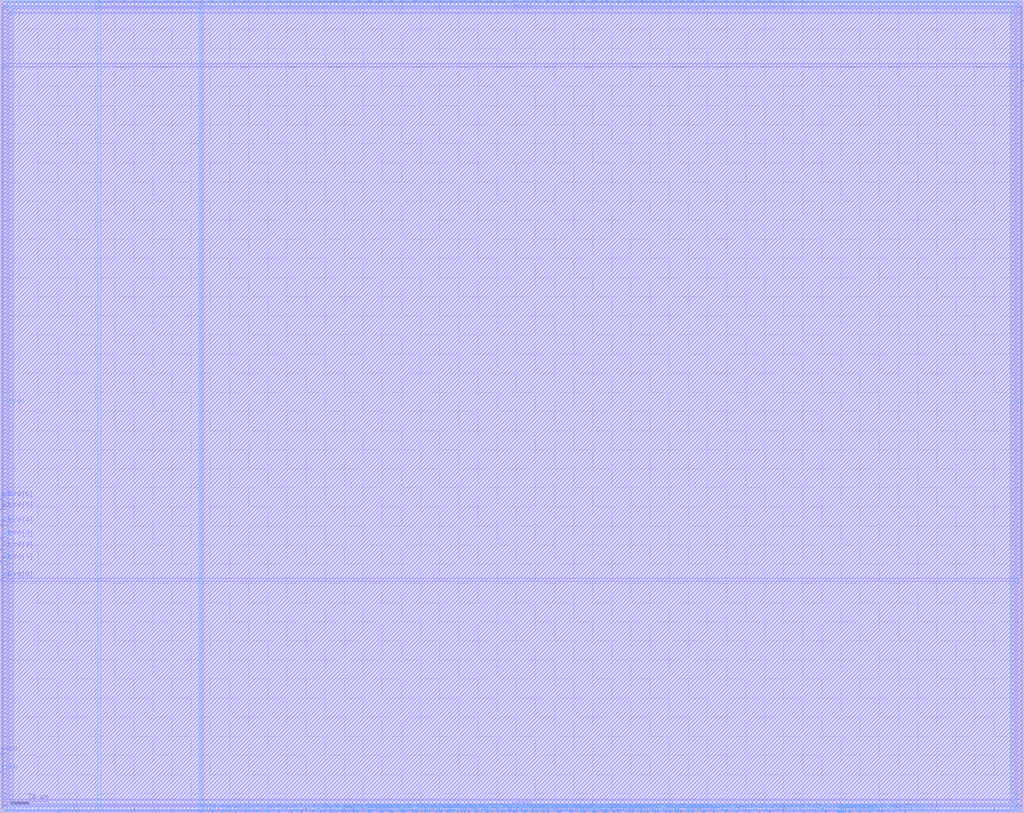
<source format=lef>
VERSION 5.4 ;
NAMESCASESENSITIVE ON ;
BUSBITCHARS "[]" ;
DIVIDERCHAR "/" ;
UNITS
  DATABASE MICRONS 2000 ;
END UNITS
MACRO sky130_sram_2rw_64x128_64
   CLASS BLOCK ;
   SIZE 535.54 BY 425.38 ;
   SYMMETRY X Y R90 ;
   PIN din0[0]
      DIRECTION INPUT ;
      PORT
         LAYER met4 ;
         RECT  104.72 0.0 105.1 1.06 ;
      END
   END din0[0]
   PIN din0[1]
      DIRECTION INPUT ;
      PORT
         LAYER met4 ;
         RECT  110.84 0.0 111.22 1.06 ;
      END
   END din0[1]
   PIN din0[2]
      DIRECTION INPUT ;
      PORT
         LAYER met4 ;
         RECT  116.28 0.0 116.66 1.06 ;
      END
   END din0[2]
   PIN din0[3]
      DIRECTION INPUT ;
      PORT
         LAYER met4 ;
         RECT  123.08 0.0 123.46 1.06 ;
      END
   END din0[3]
   PIN din0[4]
      DIRECTION INPUT ;
      PORT
         LAYER met4 ;
         RECT  128.52 0.0 128.9 1.06 ;
      END
   END din0[4]
   PIN din0[5]
      DIRECTION INPUT ;
      PORT
         LAYER met4 ;
         RECT  133.96 0.0 134.34 1.06 ;
      END
   END din0[5]
   PIN din0[6]
      DIRECTION INPUT ;
      PORT
         LAYER met4 ;
         RECT  140.08 0.0 140.46 1.06 ;
      END
   END din0[6]
   PIN din0[7]
      DIRECTION INPUT ;
      PORT
         LAYER met4 ;
         RECT  145.52 0.0 145.9 1.06 ;
      END
   END din0[7]
   PIN din0[8]
      DIRECTION INPUT ;
      PORT
         LAYER met4 ;
         RECT  152.32 0.0 152.7 1.06 ;
      END
   END din0[8]
   PIN din0[9]
      DIRECTION INPUT ;
      PORT
         LAYER met4 ;
         RECT  157.76 0.0 158.14 1.06 ;
      END
   END din0[9]
   PIN din0[10]
      DIRECTION INPUT ;
      PORT
         LAYER met4 ;
         RECT  163.2 0.0 163.58 1.06 ;
      END
   END din0[10]
   PIN din0[11]
      DIRECTION INPUT ;
      PORT
         LAYER met4 ;
         RECT  169.32 0.0 169.7 1.06 ;
      END
   END din0[11]
   PIN din0[12]
      DIRECTION INPUT ;
      PORT
         LAYER met4 ;
         RECT  175.44 0.0 175.82 1.06 ;
      END
   END din0[12]
   PIN din0[13]
      DIRECTION INPUT ;
      PORT
         LAYER met4 ;
         RECT  180.88 0.0 181.26 1.06 ;
      END
   END din0[13]
   PIN din0[14]
      DIRECTION INPUT ;
      PORT
         LAYER met4 ;
         RECT  186.32 0.0 186.7 1.06 ;
      END
   END din0[14]
   PIN din0[15]
      DIRECTION INPUT ;
      PORT
         LAYER met4 ;
         RECT  192.44 0.0 192.82 1.06 ;
      END
   END din0[15]
   PIN din0[16]
      DIRECTION INPUT ;
      PORT
         LAYER met4 ;
         RECT  199.24 0.0 199.62 1.06 ;
      END
   END din0[16]
   PIN din0[17]
      DIRECTION INPUT ;
      PORT
         LAYER met4 ;
         RECT  204.68 0.0 205.06 1.06 ;
      END
   END din0[17]
   PIN din0[18]
      DIRECTION INPUT ;
      PORT
         LAYER met4 ;
         RECT  210.12 0.0 210.5 1.06 ;
      END
   END din0[18]
   PIN din0[19]
      DIRECTION INPUT ;
      PORT
         LAYER met4 ;
         RECT  215.56 0.0 215.94 1.06 ;
      END
   END din0[19]
   PIN din0[20]
      DIRECTION INPUT ;
      PORT
         LAYER met4 ;
         RECT  221.68 0.0 222.06 1.06 ;
      END
   END din0[20]
   PIN din0[21]
      DIRECTION INPUT ;
      PORT
         LAYER met4 ;
         RECT  227.8 0.0 228.18 1.06 ;
      END
   END din0[21]
   PIN din0[22]
      DIRECTION INPUT ;
      PORT
         LAYER met4 ;
         RECT  233.92 0.0 234.3 1.06 ;
      END
   END din0[22]
   PIN din0[23]
      DIRECTION INPUT ;
      PORT
         LAYER met4 ;
         RECT  239.36 0.0 239.74 1.06 ;
      END
   END din0[23]
   PIN din0[24]
      DIRECTION INPUT ;
      PORT
         LAYER met4 ;
         RECT  244.8 0.0 245.18 1.06 ;
      END
   END din0[24]
   PIN din0[25]
      DIRECTION INPUT ;
      PORT
         LAYER met4 ;
         RECT  251.6 0.0 251.98 1.06 ;
      END
   END din0[25]
   PIN din0[26]
      DIRECTION INPUT ;
      PORT
         LAYER met4 ;
         RECT  257.04 0.0 257.42 1.06 ;
      END
   END din0[26]
   PIN din0[27]
      DIRECTION INPUT ;
      PORT
         LAYER met4 ;
         RECT  262.48 0.0 262.86 1.06 ;
      END
   END din0[27]
   PIN din0[28]
      DIRECTION INPUT ;
      PORT
         LAYER met4 ;
         RECT  269.28 0.0 269.66 1.06 ;
      END
   END din0[28]
   PIN din0[29]
      DIRECTION INPUT ;
      PORT
         LAYER met4 ;
         RECT  274.04 0.0 274.42 1.06 ;
      END
   END din0[29]
   PIN din0[30]
      DIRECTION INPUT ;
      PORT
         LAYER met4 ;
         RECT  280.84 0.0 281.22 1.06 ;
      END
   END din0[30]
   PIN din0[31]
      DIRECTION INPUT ;
      PORT
         LAYER met4 ;
         RECT  286.28 0.0 286.66 1.06 ;
      END
   END din0[31]
   PIN din0[32]
      DIRECTION INPUT ;
      PORT
         LAYER met4 ;
         RECT  291.72 0.0 292.1 1.06 ;
      END
   END din0[32]
   PIN din0[33]
      DIRECTION INPUT ;
      PORT
         LAYER met4 ;
         RECT  297.84 0.0 298.22 1.06 ;
      END
   END din0[33]
   PIN din0[34]
      DIRECTION INPUT ;
      PORT
         LAYER met4 ;
         RECT  303.28 0.0 303.66 1.06 ;
      END
   END din0[34]
   PIN din0[35]
      DIRECTION INPUT ;
      PORT
         LAYER met4 ;
         RECT  310.08 0.0 310.46 1.06 ;
      END
   END din0[35]
   PIN din0[36]
      DIRECTION INPUT ;
      PORT
         LAYER met4 ;
         RECT  315.52 0.0 315.9 1.06 ;
      END
   END din0[36]
   PIN din0[37]
      DIRECTION INPUT ;
      PORT
         LAYER met4 ;
         RECT  320.96 0.0 321.34 1.06 ;
      END
   END din0[37]
   PIN din0[38]
      DIRECTION INPUT ;
      PORT
         LAYER met4 ;
         RECT  327.76 0.0 328.14 1.06 ;
      END
   END din0[38]
   PIN din0[39]
      DIRECTION INPUT ;
      PORT
         LAYER met4 ;
         RECT  333.2 0.0 333.58 1.06 ;
      END
   END din0[39]
   PIN din0[40]
      DIRECTION INPUT ;
      PORT
         LAYER met4 ;
         RECT  338.64 0.0 339.02 1.06 ;
      END
   END din0[40]
   PIN din0[41]
      DIRECTION INPUT ;
      PORT
         LAYER met4 ;
         RECT  344.08 0.0 344.46 1.06 ;
      END
   END din0[41]
   PIN din0[42]
      DIRECTION INPUT ;
      PORT
         LAYER met4 ;
         RECT  350.2 0.0 350.58 1.06 ;
      END
   END din0[42]
   PIN din0[43]
      DIRECTION INPUT ;
      PORT
         LAYER met4 ;
         RECT  355.64 0.0 356.02 1.06 ;
      END
   END din0[43]
   PIN din0[44]
      DIRECTION INPUT ;
      PORT
         LAYER met4 ;
         RECT  362.44 0.0 362.82 1.06 ;
      END
   END din0[44]
   PIN din0[45]
      DIRECTION INPUT ;
      PORT
         LAYER met4 ;
         RECT  367.88 0.0 368.26 1.06 ;
      END
   END din0[45]
   PIN din0[46]
      DIRECTION INPUT ;
      PORT
         LAYER met4 ;
         RECT  373.32 0.0 373.7 1.06 ;
      END
   END din0[46]
   PIN din0[47]
      DIRECTION INPUT ;
      PORT
         LAYER met4 ;
         RECT  379.44 0.0 379.82 1.06 ;
      END
   END din0[47]
   PIN din0[48]
      DIRECTION INPUT ;
      PORT
         LAYER met4 ;
         RECT  384.88 0.0 385.26 1.06 ;
      END
   END din0[48]
   PIN din0[49]
      DIRECTION INPUT ;
      PORT
         LAYER met4 ;
         RECT  391.68 0.0 392.06 1.06 ;
      END
   END din0[49]
   PIN din0[50]
      DIRECTION INPUT ;
      PORT
         LAYER met4 ;
         RECT  397.12 0.0 397.5 1.06 ;
      END
   END din0[50]
   PIN din0[51]
      DIRECTION INPUT ;
      PORT
         LAYER met4 ;
         RECT  402.56 0.0 402.94 1.06 ;
      END
   END din0[51]
   PIN din0[52]
      DIRECTION INPUT ;
      PORT
         LAYER met4 ;
         RECT  409.36 0.0 409.74 1.06 ;
      END
   END din0[52]
   PIN din0[53]
      DIRECTION INPUT ;
      PORT
         LAYER met4 ;
         RECT  414.8 0.0 415.18 1.06 ;
      END
   END din0[53]
   PIN din0[54]
      DIRECTION INPUT ;
      PORT
         LAYER met4 ;
         RECT  420.24 0.0 420.62 1.06 ;
      END
   END din0[54]
   PIN din0[55]
      DIRECTION INPUT ;
      PORT
         LAYER met4 ;
         RECT  426.36 0.0 426.74 1.06 ;
      END
   END din0[55]
   PIN din0[56]
      DIRECTION INPUT ;
      PORT
         LAYER met4 ;
         RECT  431.8 0.0 432.18 1.06 ;
      END
   END din0[56]
   PIN din0[57]
      DIRECTION INPUT ;
      PORT
         LAYER met4 ;
         RECT  438.6 0.0 438.98 1.06 ;
      END
   END din0[57]
   PIN din0[58]
      DIRECTION INPUT ;
      PORT
         LAYER met4 ;
         RECT  444.04 0.0 444.42 1.06 ;
      END
   END din0[58]
   PIN din0[59]
      DIRECTION INPUT ;
      PORT
         LAYER met4 ;
         RECT  449.48 0.0 449.86 1.06 ;
      END
   END din0[59]
   PIN din0[60]
      DIRECTION INPUT ;
      PORT
         LAYER met4 ;
         RECT  454.92 0.0 455.3 1.06 ;
      END
   END din0[60]
   PIN din0[61]
      DIRECTION INPUT ;
      PORT
         LAYER met4 ;
         RECT  461.04 0.0 461.42 1.06 ;
      END
   END din0[61]
   PIN din0[62]
      DIRECTION INPUT ;
      PORT
         LAYER met4 ;
         RECT  467.16 0.0 467.54 1.06 ;
      END
   END din0[62]
   PIN din0[63]
      DIRECTION INPUT ;
      PORT
         LAYER met4 ;
         RECT  473.28 0.0 473.66 1.06 ;
      END
   END din0[63]
   PIN din1[0]
      DIRECTION INPUT ;
      PORT
         LAYER met4 ;
         RECT  51.68 424.32 52.06 425.38 ;
      END
   END din1[0]
   PIN din1[1]
      DIRECTION INPUT ;
      PORT
         LAYER met4 ;
         RECT  58.48 424.32 58.86 425.38 ;
      END
   END din1[1]
   PIN din1[2]
      DIRECTION INPUT ;
      PORT
         LAYER met4 ;
         RECT  64.6 424.32 64.98 425.38 ;
      END
   END din1[2]
   PIN din1[3]
      DIRECTION INPUT ;
      PORT
         LAYER met4 ;
         RECT  70.04 424.32 70.42 425.38 ;
      END
   END din1[3]
   PIN din1[4]
      DIRECTION INPUT ;
      PORT
         LAYER met4 ;
         RECT  75.48 424.32 75.86 425.38 ;
      END
   END din1[4]
   PIN din1[5]
      DIRECTION INPUT ;
      PORT
         LAYER met4 ;
         RECT  80.92 424.32 81.3 425.38 ;
      END
   END din1[5]
   PIN din1[6]
      DIRECTION INPUT ;
      PORT
         LAYER met4 ;
         RECT  87.72 424.32 88.1 425.38 ;
      END
   END din1[6]
   PIN din1[7]
      DIRECTION INPUT ;
      PORT
         LAYER met4 ;
         RECT  93.16 424.32 93.54 425.38 ;
      END
   END din1[7]
   PIN din1[8]
      DIRECTION INPUT ;
      PORT
         LAYER met4 ;
         RECT  98.6 424.32 98.98 425.38 ;
      END
   END din1[8]
   PIN din1[9]
      DIRECTION INPUT ;
      PORT
         LAYER met4 ;
         RECT  105.4 424.32 105.78 425.38 ;
      END
   END din1[9]
   PIN din1[10]
      DIRECTION INPUT ;
      PORT
         LAYER met4 ;
         RECT  110.84 424.32 111.22 425.38 ;
      END
   END din1[10]
   PIN din1[11]
      DIRECTION INPUT ;
      PORT
         LAYER met4 ;
         RECT  116.96 424.32 117.34 425.38 ;
      END
   END din1[11]
   PIN din1[12]
      DIRECTION INPUT ;
      PORT
         LAYER met4 ;
         RECT  122.4 424.32 122.78 425.38 ;
      END
   END din1[12]
   PIN din1[13]
      DIRECTION INPUT ;
      PORT
         LAYER met4 ;
         RECT  127.84 424.32 128.22 425.38 ;
      END
   END din1[13]
   PIN din1[14]
      DIRECTION INPUT ;
      PORT
         LAYER met4 ;
         RECT  133.96 424.32 134.34 425.38 ;
      END
   END din1[14]
   PIN din1[15]
      DIRECTION INPUT ;
      PORT
         LAYER met4 ;
         RECT  140.08 424.32 140.46 425.38 ;
      END
   END din1[15]
   PIN din1[16]
      DIRECTION INPUT ;
      PORT
         LAYER met4 ;
         RECT  146.2 424.32 146.58 425.38 ;
      END
   END din1[16]
   PIN din1[17]
      DIRECTION INPUT ;
      PORT
         LAYER met4 ;
         RECT  151.64 424.32 152.02 425.38 ;
      END
   END din1[17]
   PIN din1[18]
      DIRECTION INPUT ;
      PORT
         LAYER met4 ;
         RECT  157.08 424.32 157.46 425.38 ;
      END
   END din1[18]
   PIN din1[19]
      DIRECTION INPUT ;
      PORT
         LAYER met4 ;
         RECT  163.2 424.32 163.58 425.38 ;
      END
   END din1[19]
   PIN din1[20]
      DIRECTION INPUT ;
      PORT
         LAYER met4 ;
         RECT  169.32 424.32 169.7 425.38 ;
      END
   END din1[20]
   PIN din1[21]
      DIRECTION INPUT ;
      PORT
         LAYER met4 ;
         RECT  174.76 424.32 175.14 425.38 ;
      END
   END din1[21]
   PIN din1[22]
      DIRECTION INPUT ;
      PORT
         LAYER met4 ;
         RECT  180.2 424.32 180.58 425.38 ;
      END
   END din1[22]
   PIN din1[23]
      DIRECTION INPUT ;
      PORT
         LAYER met4 ;
         RECT  187.0 424.32 187.38 425.38 ;
      END
   END din1[23]
   PIN din1[24]
      DIRECTION INPUT ;
      PORT
         LAYER met4 ;
         RECT  192.44 424.32 192.82 425.38 ;
      END
   END din1[24]
   PIN din1[25]
      DIRECTION INPUT ;
      PORT
         LAYER met4 ;
         RECT  198.56 424.32 198.94 425.38 ;
      END
   END din1[25]
   PIN din1[26]
      DIRECTION INPUT ;
      PORT
         LAYER met4 ;
         RECT  204.0 424.32 204.38 425.38 ;
      END
   END din1[26]
   PIN din1[27]
      DIRECTION INPUT ;
      PORT
         LAYER met4 ;
         RECT  209.44 424.32 209.82 425.38 ;
      END
   END din1[27]
   PIN din1[28]
      DIRECTION INPUT ;
      PORT
         LAYER met4 ;
         RECT  216.24 424.32 216.62 425.38 ;
      END
   END din1[28]
   PIN din1[29]
      DIRECTION INPUT ;
      PORT
         LAYER met4 ;
         RECT  221.68 424.32 222.06 425.38 ;
      END
   END din1[29]
   PIN din1[30]
      DIRECTION INPUT ;
      PORT
         LAYER met4 ;
         RECT  227.8 424.32 228.18 425.38 ;
      END
   END din1[30]
   PIN din1[31]
      DIRECTION INPUT ;
      PORT
         LAYER met4 ;
         RECT  232.56 424.32 232.94 425.38 ;
      END
   END din1[31]
   PIN din1[32]
      DIRECTION INPUT ;
      PORT
         LAYER met4 ;
         RECT  238.68 424.32 239.06 425.38 ;
      END
   END din1[32]
   PIN din1[33]
      DIRECTION INPUT ;
      PORT
         LAYER met4 ;
         RECT  245.48 424.32 245.86 425.38 ;
      END
   END din1[33]
   PIN din1[34]
      DIRECTION INPUT ;
      PORT
         LAYER met4 ;
         RECT  250.92 424.32 251.3 425.38 ;
      END
   END din1[34]
   PIN din1[35]
      DIRECTION INPUT ;
      PORT
         LAYER met4 ;
         RECT  256.36 424.32 256.74 425.38 ;
      END
   END din1[35]
   PIN din1[36]
      DIRECTION INPUT ;
      PORT
         LAYER met4 ;
         RECT  261.8 424.32 262.18 425.38 ;
      END
   END din1[36]
   PIN din1[37]
      DIRECTION INPUT ;
      PORT
         LAYER met4 ;
         RECT  268.6 424.32 268.98 425.38 ;
      END
   END din1[37]
   PIN din1[38]
      DIRECTION INPUT ;
      PORT
         LAYER met4 ;
         RECT  274.72 424.32 275.1 425.38 ;
      END
   END din1[38]
   PIN din1[39]
      DIRECTION INPUT ;
      PORT
         LAYER met4 ;
         RECT  280.16 424.32 280.54 425.38 ;
      END
   END din1[39]
   PIN din1[40]
      DIRECTION INPUT ;
      PORT
         LAYER met4 ;
         RECT  285.6 424.32 285.98 425.38 ;
      END
   END din1[40]
   PIN din1[41]
      DIRECTION INPUT ;
      PORT
         LAYER met4 ;
         RECT  291.04 424.32 291.42 425.38 ;
      END
   END din1[41]
   PIN din1[42]
      DIRECTION INPUT ;
      PORT
         LAYER met4 ;
         RECT  297.84 424.32 298.22 425.38 ;
      END
   END din1[42]
   PIN din1[43]
      DIRECTION INPUT ;
      PORT
         LAYER met4 ;
         RECT  303.96 424.32 304.34 425.38 ;
      END
   END din1[43]
   PIN din1[44]
      DIRECTION INPUT ;
      PORT
         LAYER met4 ;
         RECT  309.4 424.32 309.78 425.38 ;
      END
   END din1[44]
   PIN din1[45]
      DIRECTION INPUT ;
      PORT
         LAYER met4 ;
         RECT  314.84 424.32 315.22 425.38 ;
      END
   END din1[45]
   PIN din1[46]
      DIRECTION INPUT ;
      PORT
         LAYER met4 ;
         RECT  320.28 424.32 320.66 425.38 ;
      END
   END din1[46]
   PIN din1[47]
      DIRECTION INPUT ;
      PORT
         LAYER met4 ;
         RECT  327.08 424.32 327.46 425.38 ;
      END
   END din1[47]
   PIN din1[48]
      DIRECTION INPUT ;
      PORT
         LAYER met4 ;
         RECT  332.52 424.32 332.9 425.38 ;
      END
   END din1[48]
   PIN din1[49]
      DIRECTION INPUT ;
      PORT
         LAYER met4 ;
         RECT  337.96 424.32 338.34 425.38 ;
      END
   END din1[49]
   PIN din1[50]
      DIRECTION INPUT ;
      PORT
         LAYER met4 ;
         RECT  344.76 424.32 345.14 425.38 ;
      END
   END din1[50]
   PIN din1[51]
      DIRECTION INPUT ;
      PORT
         LAYER met4 ;
         RECT  350.2 424.32 350.58 425.38 ;
      END
   END din1[51]
   PIN din1[52]
      DIRECTION INPUT ;
      PORT
         LAYER met4 ;
         RECT  356.32 424.32 356.7 425.38 ;
      END
   END din1[52]
   PIN din1[53]
      DIRECTION INPUT ;
      PORT
         LAYER met4 ;
         RECT  361.08 424.32 361.46 425.38 ;
      END
   END din1[53]
   PIN din1[54]
      DIRECTION INPUT ;
      PORT
         LAYER met4 ;
         RECT  367.2 424.32 367.58 425.38 ;
      END
   END din1[54]
   PIN din1[55]
      DIRECTION INPUT ;
      PORT
         LAYER met4 ;
         RECT  374.0 424.32 374.38 425.38 ;
      END
   END din1[55]
   PIN din1[56]
      DIRECTION INPUT ;
      PORT
         LAYER met4 ;
         RECT  379.44 424.32 379.82 425.38 ;
      END
   END din1[56]
   PIN din1[57]
      DIRECTION INPUT ;
      PORT
         LAYER met4 ;
         RECT  385.56 424.32 385.94 425.38 ;
      END
   END din1[57]
   PIN din1[58]
      DIRECTION INPUT ;
      PORT
         LAYER met4 ;
         RECT  391.0 424.32 391.38 425.38 ;
      END
   END din1[58]
   PIN din1[59]
      DIRECTION INPUT ;
      PORT
         LAYER met4 ;
         RECT  396.44 424.32 396.82 425.38 ;
      END
   END din1[59]
   PIN din1[60]
      DIRECTION INPUT ;
      PORT
         LAYER met4 ;
         RECT  402.56 424.32 402.94 425.38 ;
      END
   END din1[60]
   PIN din1[61]
      DIRECTION INPUT ;
      PORT
         LAYER met4 ;
         RECT  408.68 424.32 409.06 425.38 ;
      END
   END din1[61]
   PIN din1[62]
      DIRECTION INPUT ;
      PORT
         LAYER met4 ;
         RECT  414.12 424.32 414.5 425.38 ;
      END
   END din1[62]
   PIN din1[63]
      DIRECTION INPUT ;
      PORT
         LAYER met4 ;
         RECT  419.56 424.32 419.94 425.38 ;
      END
   END din1[63]
   PIN addr0[0]
      DIRECTION INPUT ;
      PORT
         LAYER met3 ;
         RECT  0.0 121.72 1.06 122.1 ;
      END
   END addr0[0]
   PIN addr0[1]
      DIRECTION INPUT ;
      PORT
         LAYER met3 ;
         RECT  0.0 131.24 1.06 131.62 ;
      END
   END addr0[1]
   PIN addr0[2]
      DIRECTION INPUT ;
      PORT
         LAYER met3 ;
         RECT  0.0 137.36 1.06 137.74 ;
      END
   END addr0[2]
   PIN addr0[3]
      DIRECTION INPUT ;
      PORT
         LAYER met3 ;
         RECT  0.0 143.48 1.06 143.86 ;
      END
   END addr0[3]
   PIN addr0[4]
      DIRECTION INPUT ;
      PORT
         LAYER met3 ;
         RECT  0.0 150.28 1.06 150.66 ;
      END
   END addr0[4]
   PIN addr0[5]
      DIRECTION INPUT ;
      PORT
         LAYER met3 ;
         RECT  0.0 158.44 1.06 158.82 ;
      END
   END addr0[5]
   PIN addr0[6]
      DIRECTION INPUT ;
      PORT
         LAYER met3 ;
         RECT  0.0 163.88 1.06 164.26 ;
      END
   END addr0[6]
   PIN addr1[0]
      DIRECTION INPUT ;
      PORT
         LAYER met4 ;
         RECT  437.92 0.0 438.3 1.06 ;
      END
   END addr1[0]
   PIN addr1[1]
      DIRECTION INPUT ;
      PORT
         LAYER met4 ;
         RECT  444.72 0.0 445.1 1.06 ;
      END
   END addr1[1]
   PIN addr1[2]
      DIRECTION INPUT ;
      PORT
         LAYER met4 ;
         RECT  439.28 0.0 439.66 1.06 ;
      END
   END addr1[2]
   PIN addr1[3]
      DIRECTION INPUT ;
      PORT
         LAYER met4 ;
         RECT  439.96 0.0 440.34 1.06 ;
      END
   END addr1[3]
   PIN addr1[4]
      DIRECTION INPUT ;
      PORT
         LAYER met4 ;
         RECT  440.64 0.0 441.02 1.06 ;
      END
   END addr1[4]
   PIN addr1[5]
      DIRECTION INPUT ;
      PORT
         LAYER met4 ;
         RECT  442.0 0.0 442.38 1.06 ;
      END
   END addr1[5]
   PIN addr1[6]
      DIRECTION INPUT ;
      PORT
         LAYER met4 ;
         RECT  441.32 0.0 441.7 1.06 ;
      END
   END addr1[6]
   PIN csb0
      DIRECTION INPUT ;
      PORT
         LAYER met3 ;
         RECT  0.0 21.08 1.06 21.46 ;
      END
   END csb0
   PIN csb1
      DIRECTION INPUT ;
      PORT
         LAYER met3 ;
         RECT  534.48 391.0 535.54 391.38 ;
      END
   END csb1
   PIN web0
      DIRECTION INPUT ;
      PORT
         LAYER met3 ;
         RECT  0.0 30.6 1.06 30.98 ;
      END
   END web0
   PIN web1
      DIRECTION INPUT ;
      PORT
         LAYER met3 ;
         RECT  534.48 382.84 535.54 383.22 ;
      END
   END web1
   PIN clk0
      DIRECTION INPUT ;
      PORT
         LAYER met4 ;
         RECT  30.6 0.0 30.98 1.06 ;
      END
   END clk0
   PIN clk1
      DIRECTION INPUT ;
      PORT
         LAYER met3 ;
         RECT  534.48 389.64 535.54 390.02 ;
      END
   END clk1
   PIN dout0[0]
      DIRECTION OUTPUT ;
      PORT
         LAYER met4 ;
         RECT  167.28 0.0 167.66 1.06 ;
      END
   END dout0[0]
   PIN dout0[1]
      DIRECTION OUTPUT ;
      PORT
         LAYER met4 ;
         RECT  172.72 0.0 173.1 1.06 ;
      END
   END dout0[1]
   PIN dout0[2]
      DIRECTION OUTPUT ;
      PORT
         LAYER met4 ;
         RECT  173.4 0.0 173.78 1.06 ;
      END
   END dout0[2]
   PIN dout0[3]
      DIRECTION OUTPUT ;
      PORT
         LAYER met4 ;
         RECT  178.84 0.0 179.22 1.06 ;
      END
   END dout0[3]
   PIN dout0[4]
      DIRECTION OUTPUT ;
      PORT
         LAYER met4 ;
         RECT  182.24 0.0 182.62 1.06 ;
      END
   END dout0[4]
   PIN dout0[5]
      DIRECTION OUTPUT ;
      PORT
         LAYER met4 ;
         RECT  184.96 0.0 185.34 1.06 ;
      END
   END dout0[5]
   PIN dout0[6]
      DIRECTION OUTPUT ;
      PORT
         LAYER met4 ;
         RECT  187.0 0.0 187.38 1.06 ;
      END
   END dout0[6]
   PIN dout0[7]
      DIRECTION OUTPUT ;
      PORT
         LAYER met4 ;
         RECT  193.12 0.0 193.5 1.06 ;
      END
   END dout0[7]
   PIN dout0[8]
      DIRECTION OUTPUT ;
      PORT
         LAYER met4 ;
         RECT  193.8 0.0 194.18 1.06 ;
      END
   END dout0[8]
   PIN dout0[9]
      DIRECTION OUTPUT ;
      PORT
         LAYER met4 ;
         RECT  198.56 0.0 198.94 1.06 ;
      END
   END dout0[9]
   PIN dout0[10]
      DIRECTION OUTPUT ;
      PORT
         LAYER met4 ;
         RECT  199.92 0.0 200.3 1.06 ;
      END
   END dout0[10]
   PIN dout0[11]
      DIRECTION OUTPUT ;
      PORT
         LAYER met4 ;
         RECT  204.0 0.0 204.38 1.06 ;
      END
   END dout0[11]
   PIN dout0[12]
      DIRECTION OUTPUT ;
      PORT
         LAYER met4 ;
         RECT  205.36 0.0 205.74 1.06 ;
      END
   END dout0[12]
   PIN dout0[13]
      DIRECTION OUTPUT ;
      PORT
         LAYER met4 ;
         RECT  210.8 0.0 211.18 1.06 ;
      END
   END dout0[13]
   PIN dout0[14]
      DIRECTION OUTPUT ;
      PORT
         LAYER met4 ;
         RECT  211.48 0.0 211.86 1.06 ;
      END
   END dout0[14]
   PIN dout0[15]
      DIRECTION OUTPUT ;
      PORT
         LAYER met4 ;
         RECT  216.92 0.0 217.3 1.06 ;
      END
   END dout0[15]
   PIN dout0[16]
      DIRECTION OUTPUT ;
      PORT
         LAYER met4 ;
         RECT  217.6 0.0 217.98 1.06 ;
      END
   END dout0[16]
   PIN dout0[17]
      DIRECTION OUTPUT ;
      PORT
         LAYER met4 ;
         RECT  223.04 0.0 223.42 1.06 ;
      END
   END dout0[17]
   PIN dout0[18]
      DIRECTION OUTPUT ;
      PORT
         LAYER met4 ;
         RECT  224.4 0.0 224.78 1.06 ;
      END
   END dout0[18]
   PIN dout0[19]
      DIRECTION OUTPUT ;
      PORT
         LAYER met4 ;
         RECT  229.84 0.0 230.22 1.06 ;
      END
   END dout0[19]
   PIN dout0[20]
      DIRECTION OUTPUT ;
      PORT
         LAYER met4 ;
         RECT  230.52 0.0 230.9 1.06 ;
      END
   END dout0[20]
   PIN dout0[21]
      DIRECTION OUTPUT ;
      PORT
         LAYER met4 ;
         RECT  235.28 0.0 235.66 1.06 ;
      END
   END dout0[21]
   PIN dout0[22]
      DIRECTION OUTPUT ;
      PORT
         LAYER met4 ;
         RECT  236.64 0.0 237.02 1.06 ;
      END
   END dout0[22]
   PIN dout0[23]
      DIRECTION OUTPUT ;
      PORT
         LAYER met4 ;
         RECT  241.4 0.0 241.78 1.06 ;
      END
   END dout0[23]
   PIN dout0[24]
      DIRECTION OUTPUT ;
      PORT
         LAYER met4 ;
         RECT  242.76 0.0 243.14 1.06 ;
      END
   END dout0[24]
   PIN dout0[25]
      DIRECTION OUTPUT ;
      PORT
         LAYER met4 ;
         RECT  248.2 0.0 248.58 1.06 ;
      END
   END dout0[25]
   PIN dout0[26]
      DIRECTION OUTPUT ;
      PORT
         LAYER met4 ;
         RECT  248.88 0.0 249.26 1.06 ;
      END
   END dout0[26]
   PIN dout0[27]
      DIRECTION OUTPUT ;
      PORT
         LAYER met4 ;
         RECT  254.32 0.0 254.7 1.06 ;
      END
   END dout0[27]
   PIN dout0[28]
      DIRECTION OUTPUT ;
      PORT
         LAYER met4 ;
         RECT  255.0 0.0 255.38 1.06 ;
      END
   END dout0[28]
   PIN dout0[29]
      DIRECTION OUTPUT ;
      PORT
         LAYER met4 ;
         RECT  260.44 0.0 260.82 1.06 ;
      END
   END dout0[29]
   PIN dout0[30]
      DIRECTION OUTPUT ;
      PORT
         LAYER met4 ;
         RECT  263.84 0.0 264.22 1.06 ;
      END
   END dout0[30]
   PIN dout0[31]
      DIRECTION OUTPUT ;
      PORT
         LAYER met4 ;
         RECT  266.56 0.0 266.94 1.06 ;
      END
   END dout0[31]
   PIN dout0[32]
      DIRECTION OUTPUT ;
      PORT
         LAYER met4 ;
         RECT  268.6 0.0 268.98 1.06 ;
      END
   END dout0[32]
   PIN dout0[33]
      DIRECTION OUTPUT ;
      PORT
         LAYER met4 ;
         RECT  272.68 0.0 273.06 1.06 ;
      END
   END dout0[33]
   PIN dout0[34]
      DIRECTION OUTPUT ;
      PORT
         LAYER met4 ;
         RECT  274.72 0.0 275.1 1.06 ;
      END
   END dout0[34]
   PIN dout0[35]
      DIRECTION OUTPUT ;
      PORT
         LAYER met4 ;
         RECT  278.12 0.0 278.5 1.06 ;
      END
   END dout0[35]
   PIN dout0[36]
      DIRECTION OUTPUT ;
      PORT
         LAYER met4 ;
         RECT  280.16 0.0 280.54 1.06 ;
      END
   END dout0[36]
   PIN dout0[37]
      DIRECTION OUTPUT ;
      PORT
         LAYER met4 ;
         RECT  284.24 0.0 284.62 1.06 ;
      END
   END dout0[37]
   PIN dout0[38]
      DIRECTION OUTPUT ;
      PORT
         LAYER met4 ;
         RECT  286.96 0.0 287.34 1.06 ;
      END
   END dout0[38]
   PIN dout0[39]
      DIRECTION OUTPUT ;
      PORT
         LAYER met4 ;
         RECT  292.4 0.0 292.78 1.06 ;
      END
   END dout0[39]
   PIN dout0[40]
      DIRECTION OUTPUT ;
      PORT
         LAYER met4 ;
         RECT  293.08 0.0 293.46 1.06 ;
      END
   END dout0[40]
   PIN dout0[41]
      DIRECTION OUTPUT ;
      PORT
         LAYER met4 ;
         RECT  298.52 0.0 298.9 1.06 ;
      END
   END dout0[41]
   PIN dout0[42]
      DIRECTION OUTPUT ;
      PORT
         LAYER met4 ;
         RECT  299.2 0.0 299.58 1.06 ;
      END
   END dout0[42]
   PIN dout0[43]
      DIRECTION OUTPUT ;
      PORT
         LAYER met4 ;
         RECT  304.64 0.0 305.02 1.06 ;
      END
   END dout0[43]
   PIN dout0[44]
      DIRECTION OUTPUT ;
      PORT
         LAYER met4 ;
         RECT  305.32 0.0 305.7 1.06 ;
      END
   END dout0[44]
   PIN dout0[45]
      DIRECTION OUTPUT ;
      PORT
         LAYER met4 ;
         RECT  310.76 0.0 311.14 1.06 ;
      END
   END dout0[45]
   PIN dout0[46]
      DIRECTION OUTPUT ;
      PORT
         LAYER met4 ;
         RECT  311.44 0.0 311.82 1.06 ;
      END
   END dout0[46]
   PIN dout0[47]
      DIRECTION OUTPUT ;
      PORT
         LAYER met4 ;
         RECT  316.88 0.0 317.26 1.06 ;
      END
   END dout0[47]
   PIN dout0[48]
      DIRECTION OUTPUT ;
      PORT
         LAYER met4 ;
         RECT  317.56 0.0 317.94 1.06 ;
      END
   END dout0[48]
   PIN dout0[49]
      DIRECTION OUTPUT ;
      PORT
         LAYER met4 ;
         RECT  323.0 0.0 323.38 1.06 ;
      END
   END dout0[49]
   PIN dout0[50]
      DIRECTION OUTPUT ;
      PORT
         LAYER met4 ;
         RECT  323.68 0.0 324.06 1.06 ;
      END
   END dout0[50]
   PIN dout0[51]
      DIRECTION OUTPUT ;
      PORT
         LAYER met4 ;
         RECT  329.12 0.0 329.5 1.06 ;
      END
   END dout0[51]
   PIN dout0[52]
      DIRECTION OUTPUT ;
      PORT
         LAYER met4 ;
         RECT  330.48 0.0 330.86 1.06 ;
      END
   END dout0[52]
   PIN dout0[53]
      DIRECTION OUTPUT ;
      PORT
         LAYER met4 ;
         RECT  335.24 0.0 335.62 1.06 ;
      END
   END dout0[53]
   PIN dout0[54]
      DIRECTION OUTPUT ;
      PORT
         LAYER met4 ;
         RECT  336.6 0.0 336.98 1.06 ;
      END
   END dout0[54]
   PIN dout0[55]
      DIRECTION OUTPUT ;
      PORT
         LAYER met4 ;
         RECT  341.36 0.0 341.74 1.06 ;
      END
   END dout0[55]
   PIN dout0[56]
      DIRECTION OUTPUT ;
      PORT
         LAYER met4 ;
         RECT  342.72 0.0 343.1 1.06 ;
      END
   END dout0[56]
   PIN dout0[57]
      DIRECTION OUTPUT ;
      PORT
         LAYER met4 ;
         RECT  348.16 0.0 348.54 1.06 ;
      END
   END dout0[57]
   PIN dout0[58]
      DIRECTION OUTPUT ;
      PORT
         LAYER met4 ;
         RECT  350.88 0.0 351.26 1.06 ;
      END
   END dout0[58]
   PIN dout0[59]
      DIRECTION OUTPUT ;
      PORT
         LAYER met4 ;
         RECT  353.6 0.0 353.98 1.06 ;
      END
   END dout0[59]
   PIN dout0[60]
      DIRECTION OUTPUT ;
      PORT
         LAYER met4 ;
         RECT  354.28 0.0 354.66 1.06 ;
      END
   END dout0[60]
   PIN dout0[61]
      DIRECTION OUTPUT ;
      PORT
         LAYER met4 ;
         RECT  359.72 0.0 360.1 1.06 ;
      END
   END dout0[61]
   PIN dout0[62]
      DIRECTION OUTPUT ;
      PORT
         LAYER met4 ;
         RECT  361.76 0.0 362.14 1.06 ;
      END
   END dout0[62]
   PIN dout0[63]
      DIRECTION OUTPUT ;
      PORT
         LAYER met4 ;
         RECT  368.56 0.0 368.94 1.06 ;
      END
   END dout0[63]
   PIN dout1[0]
      DIRECTION OUTPUT ;
      PORT
         LAYER met4 ;
         RECT  166.6 424.32 166.98 425.38 ;
      END
   END dout1[0]
   PIN dout1[1]
      DIRECTION OUTPUT ;
      PORT
         LAYER met4 ;
         RECT  172.72 424.32 173.1 425.38 ;
      END
   END dout1[1]
   PIN dout1[2]
      DIRECTION OUTPUT ;
      PORT
         LAYER met4 ;
         RECT  176.12 424.32 176.5 425.38 ;
      END
   END dout1[2]
   PIN dout1[3]
      DIRECTION OUTPUT ;
      PORT
         LAYER met4 ;
         RECT  178.84 424.32 179.22 425.38 ;
      END
   END dout1[3]
   PIN dout1[4]
      DIRECTION OUTPUT ;
      PORT
         LAYER met4 ;
         RECT  182.24 424.32 182.62 425.38 ;
      END
   END dout1[4]
   PIN dout1[5]
      DIRECTION OUTPUT ;
      PORT
         LAYER met4 ;
         RECT  186.32 424.32 186.7 425.38 ;
      END
   END dout1[5]
   PIN dout1[6]
      DIRECTION OUTPUT ;
      PORT
         LAYER met4 ;
         RECT  187.68 424.32 188.06 425.38 ;
      END
   END dout1[6]
   PIN dout1[7]
      DIRECTION OUTPUT ;
      PORT
         LAYER met4 ;
         RECT  193.12 424.32 193.5 425.38 ;
      END
   END dout1[7]
   PIN dout1[8]
      DIRECTION OUTPUT ;
      PORT
         LAYER met4 ;
         RECT  193.8 424.32 194.18 425.38 ;
      END
   END dout1[8]
   PIN dout1[9]
      DIRECTION OUTPUT ;
      PORT
         LAYER met4 ;
         RECT  197.88 424.32 198.26 425.38 ;
      END
   END dout1[9]
   PIN dout1[10]
      DIRECTION OUTPUT ;
      PORT
         LAYER met4 ;
         RECT  199.24 424.32 199.62 425.38 ;
      END
   END dout1[10]
   PIN dout1[11]
      DIRECTION OUTPUT ;
      PORT
         LAYER met4 ;
         RECT  204.68 424.32 205.06 425.38 ;
      END
   END dout1[11]
   PIN dout1[12]
      DIRECTION OUTPUT ;
      PORT
         LAYER met4 ;
         RECT  205.36 424.32 205.74 425.38 ;
      END
   END dout1[12]
   PIN dout1[13]
      DIRECTION OUTPUT ;
      PORT
         LAYER met4 ;
         RECT  210.12 424.32 210.5 425.38 ;
      END
   END dout1[13]
   PIN dout1[14]
      DIRECTION OUTPUT ;
      PORT
         LAYER met4 ;
         RECT  211.48 424.32 211.86 425.38 ;
      END
   END dout1[14]
   PIN dout1[15]
      DIRECTION OUTPUT ;
      PORT
         LAYER met4 ;
         RECT  216.92 424.32 217.3 425.38 ;
      END
   END dout1[15]
   PIN dout1[16]
      DIRECTION OUTPUT ;
      PORT
         LAYER met4 ;
         RECT  217.6 424.32 217.98 425.38 ;
      END
   END dout1[16]
   PIN dout1[17]
      DIRECTION OUTPUT ;
      PORT
         LAYER met4 ;
         RECT  223.04 424.32 223.42 425.38 ;
      END
   END dout1[17]
   PIN dout1[18]
      DIRECTION OUTPUT ;
      PORT
         LAYER met4 ;
         RECT  224.4 424.32 224.78 425.38 ;
      END
   END dout1[18]
   PIN dout1[19]
      DIRECTION OUTPUT ;
      PORT
         LAYER met4 ;
         RECT  229.84 424.32 230.22 425.38 ;
      END
   END dout1[19]
   PIN dout1[20]
      DIRECTION OUTPUT ;
      PORT
         LAYER met4 ;
         RECT  230.52 424.32 230.9 425.38 ;
      END
   END dout1[20]
   PIN dout1[21]
      DIRECTION OUTPUT ;
      PORT
         LAYER met4 ;
         RECT  235.28 424.32 235.66 425.38 ;
      END
   END dout1[21]
   PIN dout1[22]
      DIRECTION OUTPUT ;
      PORT
         LAYER met4 ;
         RECT  236.64 424.32 237.02 425.38 ;
      END
   END dout1[22]
   PIN dout1[23]
      DIRECTION OUTPUT ;
      PORT
         LAYER met4 ;
         RECT  241.4 424.32 241.78 425.38 ;
      END
   END dout1[23]
   PIN dout1[24]
      DIRECTION OUTPUT ;
      PORT
         LAYER met4 ;
         RECT  242.76 424.32 243.14 425.38 ;
      END
   END dout1[24]
   PIN dout1[25]
      DIRECTION OUTPUT ;
      PORT
         LAYER met4 ;
         RECT  248.2 424.32 248.58 425.38 ;
      END
   END dout1[25]
   PIN dout1[26]
      DIRECTION OUTPUT ;
      PORT
         LAYER met4 ;
         RECT  248.88 424.32 249.26 425.38 ;
      END
   END dout1[26]
   PIN dout1[27]
      DIRECTION OUTPUT ;
      PORT
         LAYER met4 ;
         RECT  254.32 424.32 254.7 425.38 ;
      END
   END dout1[27]
   PIN dout1[28]
      DIRECTION OUTPUT ;
      PORT
         LAYER met4 ;
         RECT  257.04 424.32 257.42 425.38 ;
      END
   END dout1[28]
   PIN dout1[29]
      DIRECTION OUTPUT ;
      PORT
         LAYER met4 ;
         RECT  260.44 424.32 260.82 425.38 ;
      END
   END dout1[29]
   PIN dout1[30]
      DIRECTION OUTPUT ;
      PORT
         LAYER met4 ;
         RECT  263.84 424.32 264.22 425.38 ;
      END
   END dout1[30]
   PIN dout1[31]
      DIRECTION OUTPUT ;
      PORT
         LAYER met4 ;
         RECT  267.92 424.32 268.3 425.38 ;
      END
   END dout1[31]
   PIN dout1[32]
      DIRECTION OUTPUT ;
      PORT
         LAYER met4 ;
         RECT  269.96 424.32 270.34 425.38 ;
      END
   END dout1[32]
   PIN dout1[33]
      DIRECTION OUTPUT ;
      PORT
         LAYER met4 ;
         RECT  274.04 424.32 274.42 425.38 ;
      END
   END dout1[33]
   PIN dout1[34]
      DIRECTION OUTPUT ;
      PORT
         LAYER met4 ;
         RECT  276.08 424.32 276.46 425.38 ;
      END
   END dout1[34]
   PIN dout1[35]
      DIRECTION OUTPUT ;
      PORT
         LAYER met4 ;
         RECT  278.12 424.32 278.5 425.38 ;
      END
   END dout1[35]
   PIN dout1[36]
      DIRECTION OUTPUT ;
      PORT
         LAYER met4 ;
         RECT  280.84 424.32 281.22 425.38 ;
      END
   END dout1[36]
   PIN dout1[37]
      DIRECTION OUTPUT ;
      PORT
         LAYER met4 ;
         RECT  286.28 424.32 286.66 425.38 ;
      END
   END dout1[37]
   PIN dout1[38]
      DIRECTION OUTPUT ;
      PORT
         LAYER met4 ;
         RECT  286.96 424.32 287.34 425.38 ;
      END
   END dout1[38]
   PIN dout1[39]
      DIRECTION OUTPUT ;
      PORT
         LAYER met4 ;
         RECT  291.72 424.32 292.1 425.38 ;
      END
   END dout1[39]
   PIN dout1[40]
      DIRECTION OUTPUT ;
      PORT
         LAYER met4 ;
         RECT  293.08 424.32 293.46 425.38 ;
      END
   END dout1[40]
   PIN dout1[41]
      DIRECTION OUTPUT ;
      PORT
         LAYER met4 ;
         RECT  298.52 424.32 298.9 425.38 ;
      END
   END dout1[41]
   PIN dout1[42]
      DIRECTION OUTPUT ;
      PORT
         LAYER met4 ;
         RECT  299.2 424.32 299.58 425.38 ;
      END
   END dout1[42]
   PIN dout1[43]
      DIRECTION OUTPUT ;
      PORT
         LAYER met4 ;
         RECT  304.64 424.32 305.02 425.38 ;
      END
   END dout1[43]
   PIN dout1[44]
      DIRECTION OUTPUT ;
      PORT
         LAYER met4 ;
         RECT  305.32 424.32 305.7 425.38 ;
      END
   END dout1[44]
   PIN dout1[45]
      DIRECTION OUTPUT ;
      PORT
         LAYER met4 ;
         RECT  310.08 424.32 310.46 425.38 ;
      END
   END dout1[45]
   PIN dout1[46]
      DIRECTION OUTPUT ;
      PORT
         LAYER met4 ;
         RECT  311.44 424.32 311.82 425.38 ;
      END
   END dout1[46]
   PIN dout1[47]
      DIRECTION OUTPUT ;
      PORT
         LAYER met4 ;
         RECT  316.88 424.32 317.26 425.38 ;
      END
   END dout1[47]
   PIN dout1[48]
      DIRECTION OUTPUT ;
      PORT
         LAYER met4 ;
         RECT  317.56 424.32 317.94 425.38 ;
      END
   END dout1[48]
   PIN dout1[49]
      DIRECTION OUTPUT ;
      PORT
         LAYER met4 ;
         RECT  323.0 424.32 323.38 425.38 ;
      END
   END dout1[49]
   PIN dout1[50]
      DIRECTION OUTPUT ;
      PORT
         LAYER met4 ;
         RECT  323.68 424.32 324.06 425.38 ;
      END
   END dout1[50]
   PIN dout1[51]
      DIRECTION OUTPUT ;
      PORT
         LAYER met4 ;
         RECT  329.12 424.32 329.5 425.38 ;
      END
   END dout1[51]
   PIN dout1[52]
      DIRECTION OUTPUT ;
      PORT
         LAYER met4 ;
         RECT  330.48 424.32 330.86 425.38 ;
      END
   END dout1[52]
   PIN dout1[53]
      DIRECTION OUTPUT ;
      PORT
         LAYER met4 ;
         RECT  335.24 424.32 335.62 425.38 ;
      END
   END dout1[53]
   PIN dout1[54]
      DIRECTION OUTPUT ;
      PORT
         LAYER met4 ;
         RECT  335.92 424.32 336.3 425.38 ;
      END
   END dout1[54]
   PIN dout1[55]
      DIRECTION OUTPUT ;
      PORT
         LAYER met4 ;
         RECT  341.36 424.32 341.74 425.38 ;
      END
   END dout1[55]
   PIN dout1[56]
      DIRECTION OUTPUT ;
      PORT
         LAYER met4 ;
         RECT  342.04 424.32 342.42 425.38 ;
      END
   END dout1[56]
   PIN dout1[57]
      DIRECTION OUTPUT ;
      PORT
         LAYER met4 ;
         RECT  348.16 424.32 348.54 425.38 ;
      END
   END dout1[57]
   PIN dout1[58]
      DIRECTION OUTPUT ;
      PORT
         LAYER met4 ;
         RECT  350.88 424.32 351.26 425.38 ;
      END
   END dout1[58]
   PIN dout1[59]
      DIRECTION OUTPUT ;
      PORT
         LAYER met4 ;
         RECT  353.6 424.32 353.98 425.38 ;
      END
   END dout1[59]
   PIN dout1[60]
      DIRECTION OUTPUT ;
      PORT
         LAYER met4 ;
         RECT  357.0 424.32 357.38 425.38 ;
      END
   END dout1[60]
   PIN dout1[61]
      DIRECTION OUTPUT ;
      PORT
         LAYER met4 ;
         RECT  359.72 424.32 360.1 425.38 ;
      END
   END dout1[61]
   PIN dout1[62]
      DIRECTION OUTPUT ;
      PORT
         LAYER met4 ;
         RECT  361.76 424.32 362.14 425.38 ;
      END
   END dout1[62]
   PIN dout1[63]
      DIRECTION OUTPUT ;
      PORT
         LAYER met4 ;
         RECT  367.88 424.32 368.26 425.38 ;
      END
   END dout1[63]
   PIN vccd1
      DIRECTION INOUT ;
      USE POWER ; 
      SHAPE ABUTMENT ; 
      PORT
         LAYER met3 ;
         RECT  4.76 4.76 530.78 6.5 ;
         LAYER met4 ;
         RECT  4.76 4.76 6.5 420.62 ;
         LAYER met3 ;
         RECT  4.76 418.88 530.78 420.62 ;
         LAYER met4 ;
         RECT  529.04 4.76 530.78 420.62 ;
      END
   END vccd1
   PIN vssd1
      DIRECTION INOUT ;
      USE GROUND ; 
      SHAPE ABUTMENT ; 
      PORT
         LAYER met4 ;
         RECT  532.44 1.36 534.18 424.02 ;
         LAYER met3 ;
         RECT  1.36 422.28 534.18 424.02 ;
         LAYER met4 ;
         RECT  1.36 1.36 3.1 424.02 ;
         LAYER met3 ;
         RECT  1.36 1.36 534.18 3.1 ;
      END
   END vssd1
   OBS
   LAYER  met1 ;
      RECT  0.62 0.62 534.92 424.76 ;
   LAYER  met2 ;
      RECT  0.62 0.62 534.92 424.76 ;
   LAYER  met3 ;
      RECT  1.66 121.12 534.92 122.7 ;
      RECT  0.62 122.7 1.66 130.64 ;
      RECT  0.62 132.22 1.66 136.76 ;
      RECT  0.62 138.34 1.66 142.88 ;
      RECT  0.62 144.46 1.66 149.68 ;
      RECT  0.62 151.26 1.66 157.84 ;
      RECT  0.62 159.42 1.66 163.28 ;
      RECT  1.66 122.7 533.88 390.4 ;
      RECT  1.66 390.4 533.88 391.98 ;
      RECT  0.62 22.06 1.66 30.0 ;
      RECT  0.62 31.58 1.66 121.12 ;
      RECT  533.88 122.7 534.92 382.24 ;
      RECT  533.88 383.82 534.92 389.04 ;
      RECT  1.66 4.16 4.16 7.1 ;
      RECT  1.66 7.1 4.16 121.12 ;
      RECT  4.16 7.1 531.38 121.12 ;
      RECT  531.38 4.16 534.92 7.1 ;
      RECT  531.38 7.1 534.92 121.12 ;
      RECT  1.66 391.98 4.16 418.28 ;
      RECT  1.66 418.28 4.16 421.22 ;
      RECT  4.16 391.98 531.38 418.28 ;
      RECT  531.38 391.98 533.88 418.28 ;
      RECT  531.38 418.28 533.88 421.22 ;
      RECT  0.62 164.86 0.76 421.68 ;
      RECT  0.62 421.68 0.76 424.62 ;
      RECT  0.62 424.62 0.76 424.76 ;
      RECT  0.76 164.86 1.66 421.68 ;
      RECT  0.76 424.62 1.66 424.76 ;
      RECT  533.88 391.98 534.78 421.68 ;
      RECT  533.88 424.62 534.78 424.76 ;
      RECT  534.78 391.98 534.92 421.68 ;
      RECT  534.78 421.68 534.92 424.62 ;
      RECT  534.78 424.62 534.92 424.76 ;
      RECT  1.66 421.22 4.16 421.68 ;
      RECT  1.66 424.62 4.16 424.76 ;
      RECT  4.16 421.22 531.38 421.68 ;
      RECT  4.16 424.62 531.38 424.76 ;
      RECT  531.38 421.22 533.88 421.68 ;
      RECT  531.38 424.62 533.88 424.76 ;
      RECT  0.62 0.62 0.76 0.76 ;
      RECT  0.62 0.76 0.76 3.7 ;
      RECT  0.62 3.7 0.76 20.48 ;
      RECT  0.76 0.62 1.66 0.76 ;
      RECT  0.76 3.7 1.66 20.48 ;
      RECT  1.66 0.62 4.16 0.76 ;
      RECT  1.66 3.7 4.16 4.16 ;
      RECT  4.16 0.62 531.38 0.76 ;
      RECT  4.16 3.7 531.38 4.16 ;
      RECT  531.38 0.62 534.78 0.76 ;
      RECT  531.38 3.7 534.78 4.16 ;
      RECT  534.78 0.62 534.92 0.76 ;
      RECT  534.78 0.76 534.92 3.7 ;
      RECT  534.78 3.7 534.92 4.16 ;
   LAYER  met4 ;
      RECT  105.7 0.62 110.24 1.66 ;
      RECT  111.82 0.62 115.68 1.66 ;
      RECT  117.26 0.62 122.48 1.66 ;
      RECT  124.06 0.62 127.92 1.66 ;
      RECT  129.5 0.62 133.36 1.66 ;
      RECT  134.94 0.62 139.48 1.66 ;
      RECT  141.06 0.62 144.92 1.66 ;
      RECT  146.5 0.62 151.72 1.66 ;
      RECT  153.3 0.62 157.16 1.66 ;
      RECT  158.74 0.62 162.6 1.66 ;
      RECT  363.42 0.62 367.28 1.66 ;
      RECT  374.3 0.62 378.84 1.66 ;
      RECT  380.42 0.62 384.28 1.66 ;
      RECT  385.86 0.62 391.08 1.66 ;
      RECT  392.66 0.62 396.52 1.66 ;
      RECT  398.1 0.62 401.96 1.66 ;
      RECT  403.54 0.62 408.76 1.66 ;
      RECT  410.34 0.62 414.2 1.66 ;
      RECT  415.78 0.62 419.64 1.66 ;
      RECT  421.22 0.62 425.76 1.66 ;
      RECT  427.34 0.62 431.2 1.66 ;
      RECT  450.46 0.62 454.32 1.66 ;
      RECT  455.9 0.62 460.44 1.66 ;
      RECT  462.02 0.62 466.56 1.66 ;
      RECT  468.14 0.62 472.68 1.66 ;
      RECT  51.08 1.66 52.66 423.72 ;
      RECT  52.66 1.66 104.12 423.72 ;
      RECT  52.66 423.72 57.88 424.76 ;
      RECT  59.46 423.72 64.0 424.76 ;
      RECT  65.58 423.72 69.44 424.76 ;
      RECT  71.02 423.72 74.88 424.76 ;
      RECT  76.46 423.72 80.32 424.76 ;
      RECT  81.9 423.72 87.12 424.76 ;
      RECT  88.7 423.72 92.56 424.76 ;
      RECT  94.14 423.72 98.0 424.76 ;
      RECT  99.58 423.72 104.12 424.76 ;
      RECT  104.12 1.66 104.8 423.72 ;
      RECT  104.12 423.72 104.8 424.76 ;
      RECT  104.8 1.66 105.7 423.72 ;
      RECT  105.7 1.66 106.38 423.72 ;
      RECT  106.38 423.72 110.24 424.76 ;
      RECT  111.82 423.72 116.36 424.76 ;
      RECT  117.94 423.72 121.8 424.76 ;
      RECT  123.38 423.72 127.24 424.76 ;
      RECT  128.82 423.72 133.36 424.76 ;
      RECT  134.94 423.72 139.48 424.76 ;
      RECT  141.06 423.72 145.6 424.76 ;
      RECT  147.18 423.72 151.04 424.76 ;
      RECT  152.62 423.72 156.48 424.76 ;
      RECT  158.06 423.72 162.6 424.76 ;
      RECT  374.98 423.72 378.84 424.76 ;
      RECT  380.42 423.72 384.96 424.76 ;
      RECT  386.54 423.72 390.4 424.76 ;
      RECT  391.98 423.72 395.84 424.76 ;
      RECT  397.42 423.72 401.96 424.76 ;
      RECT  403.54 423.72 408.08 424.76 ;
      RECT  409.66 423.72 413.52 424.76 ;
      RECT  415.1 423.72 418.96 424.76 ;
      RECT  432.78 0.62 437.32 1.66 ;
      RECT  445.7 0.62 448.88 1.66 ;
      RECT  442.98 0.62 443.44 1.66 ;
      RECT  31.58 0.62 104.12 1.66 ;
      RECT  164.18 0.62 166.68 1.66 ;
      RECT  168.26 0.62 168.72 1.66 ;
      RECT  170.3 0.62 172.12 1.66 ;
      RECT  174.38 0.62 174.84 1.66 ;
      RECT  176.42 0.62 178.24 1.66 ;
      RECT  179.82 0.62 180.28 1.66 ;
      RECT  183.22 0.62 184.36 1.66 ;
      RECT  187.98 0.62 191.84 1.66 ;
      RECT  194.78 0.62 197.96 1.66 ;
      RECT  200.9 0.62 203.4 1.66 ;
      RECT  206.34 0.62 209.52 1.66 ;
      RECT  212.46 0.62 214.96 1.66 ;
      RECT  218.58 0.62 221.08 1.66 ;
      RECT  225.38 0.62 227.2 1.66 ;
      RECT  228.78 0.62 229.24 1.66 ;
      RECT  231.5 0.62 233.32 1.66 ;
      RECT  237.62 0.62 238.76 1.66 ;
      RECT  240.34 0.62 240.8 1.66 ;
      RECT  243.74 0.62 244.2 1.66 ;
      RECT  245.78 0.62 247.6 1.66 ;
      RECT  249.86 0.62 251.0 1.66 ;
      RECT  252.58 0.62 253.72 1.66 ;
      RECT  255.98 0.62 256.44 1.66 ;
      RECT  258.02 0.62 259.84 1.66 ;
      RECT  261.42 0.62 261.88 1.66 ;
      RECT  264.82 0.62 265.96 1.66 ;
      RECT  267.54 0.62 268.0 1.66 ;
      RECT  270.26 0.62 272.08 1.66 ;
      RECT  275.7 0.62 277.52 1.66 ;
      RECT  279.1 0.62 279.56 1.66 ;
      RECT  281.82 0.62 283.64 1.66 ;
      RECT  285.22 0.62 285.68 1.66 ;
      RECT  287.94 0.62 291.12 1.66 ;
      RECT  294.06 0.62 297.24 1.66 ;
      RECT  300.18 0.62 302.68 1.66 ;
      RECT  306.3 0.62 309.48 1.66 ;
      RECT  312.42 0.62 314.92 1.66 ;
      RECT  318.54 0.62 320.36 1.66 ;
      RECT  321.94 0.62 322.4 1.66 ;
      RECT  324.66 0.62 327.16 1.66 ;
      RECT  331.46 0.62 332.6 1.66 ;
      RECT  334.18 0.62 334.64 1.66 ;
      RECT  337.58 0.62 338.04 1.66 ;
      RECT  339.62 0.62 340.76 1.66 ;
      RECT  345.06 0.62 347.56 1.66 ;
      RECT  349.14 0.62 349.6 1.66 ;
      RECT  351.86 0.62 353.0 1.66 ;
      RECT  356.62 0.62 359.12 1.66 ;
      RECT  360.7 0.62 361.16 1.66 ;
      RECT  369.54 0.62 372.72 1.66 ;
      RECT  164.18 423.72 166.0 424.76 ;
      RECT  167.58 423.72 168.72 424.76 ;
      RECT  170.3 423.72 172.12 424.76 ;
      RECT  173.7 423.72 174.16 424.76 ;
      RECT  177.1 423.72 178.24 424.76 ;
      RECT  181.18 423.72 181.64 424.76 ;
      RECT  183.22 423.72 185.72 424.76 ;
      RECT  188.66 423.72 191.84 424.76 ;
      RECT  194.78 423.72 197.28 424.76 ;
      RECT  200.22 423.72 203.4 424.76 ;
      RECT  206.34 423.72 208.84 424.76 ;
      RECT  212.46 423.72 215.64 424.76 ;
      RECT  218.58 423.72 221.08 424.76 ;
      RECT  225.38 423.72 227.2 424.76 ;
      RECT  228.78 423.72 229.24 424.76 ;
      RECT  231.5 423.72 231.96 424.76 ;
      RECT  233.54 423.72 234.68 424.76 ;
      RECT  237.62 423.72 238.08 424.76 ;
      RECT  239.66 423.72 240.8 424.76 ;
      RECT  243.74 423.72 244.88 424.76 ;
      RECT  246.46 423.72 247.6 424.76 ;
      RECT  249.86 423.72 250.32 424.76 ;
      RECT  251.9 423.72 253.72 424.76 ;
      RECT  255.3 423.72 255.76 424.76 ;
      RECT  258.02 423.72 259.84 424.76 ;
      RECT  262.78 423.72 263.24 424.76 ;
      RECT  264.82 423.72 267.32 424.76 ;
      RECT  270.94 423.72 273.44 424.76 ;
      RECT  277.06 423.72 277.52 424.76 ;
      RECT  279.1 423.72 279.56 424.76 ;
      RECT  281.82 423.72 285.0 424.76 ;
      RECT  287.94 423.72 290.44 424.76 ;
      RECT  294.06 423.72 297.24 424.76 ;
      RECT  300.18 423.72 303.36 424.76 ;
      RECT  306.3 423.72 308.8 424.76 ;
      RECT  312.42 423.72 314.24 424.76 ;
      RECT  315.82 423.72 316.28 424.76 ;
      RECT  318.54 423.72 319.68 424.76 ;
      RECT  321.26 423.72 322.4 424.76 ;
      RECT  324.66 423.72 326.48 424.76 ;
      RECT  328.06 423.72 328.52 424.76 ;
      RECT  331.46 423.72 331.92 424.76 ;
      RECT  333.5 423.72 334.64 424.76 ;
      RECT  336.9 423.72 337.36 424.76 ;
      RECT  338.94 423.72 340.76 424.76 ;
      RECT  343.02 423.72 344.16 424.76 ;
      RECT  345.74 423.72 347.56 424.76 ;
      RECT  349.14 423.72 349.6 424.76 ;
      RECT  351.86 423.72 353.0 424.76 ;
      RECT  354.58 423.72 355.72 424.76 ;
      RECT  357.98 423.72 359.12 424.76 ;
      RECT  362.74 423.72 366.6 424.76 ;
      RECT  368.86 423.72 373.4 424.76 ;
      RECT  4.16 1.66 7.1 4.16 ;
      RECT  4.16 421.22 7.1 423.72 ;
      RECT  7.1 1.66 51.08 4.16 ;
      RECT  7.1 4.16 51.08 421.22 ;
      RECT  7.1 421.22 51.08 423.72 ;
      RECT  106.38 1.66 528.44 4.16 ;
      RECT  106.38 4.16 528.44 421.22 ;
      RECT  106.38 421.22 528.44 423.72 ;
      RECT  528.44 1.66 531.38 4.16 ;
      RECT  528.44 421.22 531.38 423.72 ;
      RECT  474.26 0.62 531.84 0.76 ;
      RECT  474.26 0.76 531.84 1.66 ;
      RECT  531.84 0.62 534.78 0.76 ;
      RECT  534.78 0.62 534.92 0.76 ;
      RECT  534.78 0.76 534.92 1.66 ;
      RECT  420.54 423.72 531.84 424.62 ;
      RECT  420.54 424.62 531.84 424.76 ;
      RECT  531.84 424.62 534.78 424.76 ;
      RECT  534.78 423.72 534.92 424.62 ;
      RECT  534.78 424.62 534.92 424.76 ;
      RECT  531.38 1.66 531.84 4.16 ;
      RECT  534.78 1.66 534.92 4.16 ;
      RECT  531.38 4.16 531.84 421.22 ;
      RECT  534.78 4.16 534.92 421.22 ;
      RECT  531.38 421.22 531.84 423.72 ;
      RECT  534.78 421.22 534.92 423.72 ;
      RECT  0.62 423.72 0.76 424.62 ;
      RECT  0.62 424.62 0.76 424.76 ;
      RECT  0.76 424.62 3.7 424.76 ;
      RECT  3.7 423.72 51.08 424.62 ;
      RECT  3.7 424.62 51.08 424.76 ;
      RECT  0.62 0.62 0.76 0.76 ;
      RECT  0.62 0.76 0.76 1.66 ;
      RECT  0.76 0.62 3.7 0.76 ;
      RECT  3.7 0.62 30.0 0.76 ;
      RECT  3.7 0.76 30.0 1.66 ;
      RECT  0.62 1.66 0.76 4.16 ;
      RECT  3.7 1.66 4.16 4.16 ;
      RECT  0.62 4.16 0.76 421.22 ;
      RECT  3.7 4.16 4.16 421.22 ;
      RECT  0.62 421.22 0.76 423.72 ;
      RECT  3.7 421.22 4.16 423.72 ;
   END
END    sky130_sram_2rw_64x128_64
END    LIBRARY

</source>
